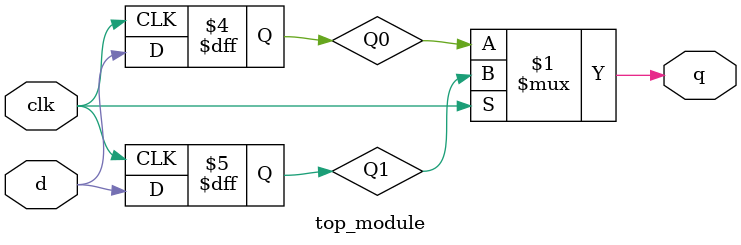
<source format=v>
module top_module (
    input clk,
    input d,
    output q
);
    
    reg Q1, Q0;
    
    assign q = clk ? Q1 : Q0;
    
    always @(posedge clk) begin
        Q1 <= d;
    end
    always @(negedge clk) begin
        Q0 <= d;
    end

endmodule

</source>
